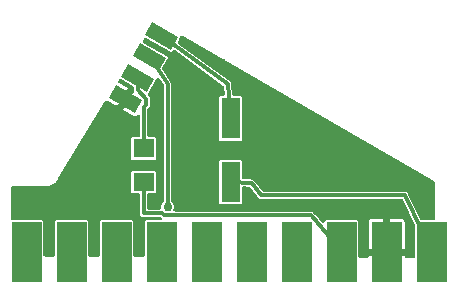
<source format=gtl>
G04 EAGLE Gerber RS-274X export*
G75*
%MOMM*%
%FSLAX34Y34*%
%LPD*%
%INTop Copper*%
%IPPOS*%
%AMOC8*
5,1,8,0,0,1.08239X$1,22.5*%
G01*
%ADD10R,2.540000X5.080000*%
%ADD11R,1.600000X3.500000*%
%ADD12R,1.270000X2.540000*%
%ADD13R,1.803000X1.600000*%
%ADD14C,0.299719*%
%ADD15C,0.756400*%

G36*
X352610Y10031D02*
X352610Y10031D01*
X352649Y10028D01*
X352781Y10050D01*
X352914Y10065D01*
X352951Y10078D01*
X352990Y10084D01*
X353113Y10136D01*
X353239Y10181D01*
X353273Y10202D01*
X353309Y10217D01*
X353417Y10295D01*
X353530Y10368D01*
X353557Y10397D01*
X353589Y10420D01*
X353676Y10521D01*
X353769Y10617D01*
X353790Y10651D01*
X353815Y10681D01*
X353877Y10799D01*
X353945Y10914D01*
X353957Y10952D01*
X353976Y10987D01*
X354009Y11116D01*
X354049Y11244D01*
X354052Y11284D01*
X354062Y11322D01*
X354075Y11524D01*
X354075Y37871D01*
X354069Y37927D01*
X354071Y37984D01*
X354049Y38098D01*
X354035Y38214D01*
X354016Y38267D01*
X354005Y38323D01*
X353931Y38512D01*
X343933Y59620D01*
X343905Y59663D01*
X343886Y59710D01*
X343814Y59809D01*
X343750Y59913D01*
X343713Y59949D01*
X343683Y59991D01*
X343591Y60070D01*
X343504Y60157D01*
X343461Y60183D01*
X343422Y60217D01*
X343314Y60273D01*
X343210Y60337D01*
X343161Y60353D01*
X343116Y60377D01*
X342998Y60407D01*
X342882Y60446D01*
X342831Y60450D01*
X342781Y60463D01*
X342579Y60477D01*
X225027Y60477D01*
X224993Y60473D01*
X224959Y60475D01*
X224822Y60453D01*
X224684Y60437D01*
X224652Y60425D01*
X224618Y60420D01*
X224489Y60367D01*
X224372Y60324D01*
X223410Y60462D01*
X223406Y60462D01*
X223401Y60463D01*
X223199Y60477D01*
X222220Y60477D01*
X222177Y60511D01*
X222146Y60526D01*
X222118Y60546D01*
X221990Y60599D01*
X221877Y60652D01*
X221294Y61429D01*
X221291Y61432D01*
X221288Y61437D01*
X221155Y61589D01*
X220463Y62281D01*
X220457Y62336D01*
X220445Y62368D01*
X220440Y62402D01*
X220387Y62530D01*
X220339Y62661D01*
X220321Y62690D01*
X220308Y62722D01*
X220197Y62892D01*
X214749Y70155D01*
X214726Y70180D01*
X214707Y70209D01*
X214607Y70305D01*
X214511Y70406D01*
X214483Y70425D01*
X214458Y70448D01*
X214339Y70519D01*
X214222Y70596D01*
X214190Y70607D01*
X214161Y70625D01*
X214029Y70666D01*
X213898Y70714D01*
X213864Y70718D01*
X213831Y70728D01*
X213630Y70752D01*
X209222Y70986D01*
X209146Y70981D01*
X209071Y70986D01*
X208974Y70970D01*
X208877Y70964D01*
X208804Y70942D01*
X208730Y70930D01*
X208640Y70892D01*
X208546Y70864D01*
X208481Y70826D01*
X208411Y70797D01*
X208332Y70739D01*
X208247Y70690D01*
X208192Y70639D01*
X208131Y70594D01*
X208067Y70520D01*
X207996Y70453D01*
X207954Y70390D01*
X207905Y70333D01*
X207859Y70246D01*
X207805Y70165D01*
X207779Y70094D01*
X207744Y70027D01*
X207720Y69932D01*
X207686Y69840D01*
X207677Y69765D01*
X207658Y69692D01*
X207646Y69506D01*
X207645Y69497D01*
X207645Y69495D01*
X207645Y69490D01*
X207645Y56468D01*
X206752Y55575D01*
X189488Y55575D01*
X188595Y56468D01*
X188595Y92732D01*
X189488Y93625D01*
X206752Y93625D01*
X207645Y92732D01*
X207645Y78545D01*
X207664Y78376D01*
X207683Y78209D01*
X207684Y78205D01*
X207685Y78201D01*
X207742Y78043D01*
X207799Y77883D01*
X207801Y77880D01*
X207802Y77876D01*
X207895Y77734D01*
X207986Y77593D01*
X207989Y77590D01*
X207991Y77587D01*
X208114Y77469D01*
X208235Y77353D01*
X208238Y77351D01*
X208241Y77349D01*
X208388Y77262D01*
X208532Y77177D01*
X208536Y77176D01*
X208539Y77174D01*
X208702Y77124D01*
X208862Y77073D01*
X208867Y77073D01*
X208869Y77072D01*
X208879Y77071D01*
X209063Y77049D01*
X214421Y76766D01*
X214495Y76770D01*
X214568Y76765D01*
X214667Y76781D01*
X214766Y76787D01*
X214836Y76809D01*
X214909Y76821D01*
X214972Y76847D01*
X216128Y76681D01*
X216161Y76681D01*
X216261Y76668D01*
X217418Y76607D01*
X217434Y76595D01*
X217497Y76569D01*
X218198Y75635D01*
X218220Y75611D01*
X218282Y75532D01*
X219057Y74671D01*
X219061Y74651D01*
X219099Y74559D01*
X219128Y74463D01*
X219165Y74400D01*
X219193Y74331D01*
X219298Y74169D01*
X219301Y74164D01*
X219302Y74163D01*
X219303Y74161D01*
X224582Y67122D01*
X224633Y67069D01*
X224676Y67009D01*
X224751Y66944D01*
X224820Y66872D01*
X224882Y66831D01*
X224937Y66783D01*
X225026Y66737D01*
X225109Y66682D01*
X225178Y66657D01*
X225243Y66623D01*
X225340Y66598D01*
X225434Y66564D01*
X225507Y66555D01*
X225578Y66537D01*
X225772Y66524D01*
X225777Y66523D01*
X225778Y66523D01*
X225781Y66523D01*
X344423Y66523D01*
X344480Y66530D01*
X344536Y66528D01*
X344651Y66550D01*
X344767Y66563D01*
X344820Y66583D01*
X344876Y66593D01*
X345065Y66668D01*
X345278Y66768D01*
X345719Y66611D01*
X345871Y66576D01*
X346021Y66537D01*
X346044Y66536D01*
X346056Y66533D01*
X346084Y66533D01*
X346223Y66523D01*
X346692Y66523D01*
X346859Y66357D01*
X346903Y66322D01*
X346942Y66280D01*
X347039Y66214D01*
X347130Y66142D01*
X347181Y66118D01*
X347228Y66086D01*
X347414Y66005D01*
X347636Y65926D01*
X347837Y65502D01*
X347919Y65371D01*
X347998Y65237D01*
X348013Y65219D01*
X348020Y65209D01*
X348040Y65189D01*
X348132Y65084D01*
X348463Y64752D01*
X348463Y64517D01*
X348470Y64460D01*
X348468Y64404D01*
X348490Y64289D01*
X348503Y64173D01*
X348523Y64120D01*
X348533Y64064D01*
X348608Y63875D01*
X358486Y43021D01*
X358513Y42978D01*
X358532Y42931D01*
X358604Y42832D01*
X358669Y42728D01*
X358705Y42692D01*
X358735Y42651D01*
X358827Y42571D01*
X358914Y42485D01*
X358958Y42458D01*
X358996Y42425D01*
X359104Y42368D01*
X359209Y42304D01*
X359257Y42288D01*
X359302Y42264D01*
X359421Y42234D01*
X359537Y42196D01*
X359588Y42191D01*
X359637Y42178D01*
X359839Y42165D01*
X369721Y42165D01*
X369765Y42170D01*
X369809Y42167D01*
X369936Y42190D01*
X370065Y42205D01*
X370106Y42220D01*
X370149Y42227D01*
X370268Y42278D01*
X370390Y42322D01*
X370426Y42346D01*
X370467Y42363D01*
X370571Y42440D01*
X370679Y42511D01*
X370709Y42543D01*
X370745Y42569D01*
X370828Y42667D01*
X370918Y42761D01*
X370940Y42799D01*
X370968Y42832D01*
X371027Y42947D01*
X371092Y43059D01*
X371105Y43101D01*
X371125Y43140D01*
X371156Y43266D01*
X371194Y43389D01*
X371197Y43433D01*
X371208Y43476D01*
X371219Y43678D01*
X370894Y74257D01*
X370875Y74410D01*
X370859Y74563D01*
X370853Y74581D01*
X370851Y74599D01*
X370797Y74744D01*
X370746Y74890D01*
X370736Y74906D01*
X370730Y74923D01*
X370645Y75051D01*
X370562Y75182D01*
X370548Y75195D01*
X370538Y75211D01*
X370425Y75316D01*
X370315Y75424D01*
X370295Y75437D01*
X370285Y75446D01*
X370261Y75461D01*
X370147Y75537D01*
X157792Y198421D01*
X157695Y198463D01*
X157603Y198513D01*
X157537Y198531D01*
X157475Y198558D01*
X157371Y198577D01*
X157269Y198605D01*
X157202Y198607D01*
X157134Y198620D01*
X157029Y198614D01*
X156924Y198618D01*
X156857Y198605D01*
X156789Y198601D01*
X156688Y198571D01*
X156585Y198551D01*
X156523Y198523D01*
X156458Y198504D01*
X156366Y198452D01*
X156270Y198409D01*
X156216Y198367D01*
X156157Y198333D01*
X156080Y198262D01*
X155996Y198198D01*
X155953Y198145D01*
X155904Y198099D01*
X155845Y198011D01*
X155778Y197930D01*
X155749Y197868D01*
X155711Y197812D01*
X155673Y197714D01*
X155627Y197619D01*
X155613Y197552D01*
X155589Y197489D01*
X155575Y197384D01*
X155552Y197282D01*
X155553Y197213D01*
X155544Y197146D01*
X155547Y197118D01*
X153462Y193507D01*
X153430Y193433D01*
X153391Y193367D01*
X153377Y193322D01*
X153352Y193271D01*
X153342Y193230D01*
X153325Y193190D01*
X153309Y193099D01*
X153289Y193036D01*
X153287Y192998D01*
X153272Y192935D01*
X153272Y192892D01*
X153264Y192850D01*
X153270Y192747D01*
X153266Y192692D01*
X153271Y192661D01*
X153271Y192590D01*
X153281Y192548D01*
X153283Y192505D01*
X153315Y192397D01*
X153322Y192351D01*
X153332Y192328D01*
X153349Y192253D01*
X153368Y192214D01*
X153380Y192173D01*
X153440Y192069D01*
X153455Y192032D01*
X153467Y192016D01*
X153502Y191943D01*
X153530Y191910D01*
X153551Y191873D01*
X153637Y191781D01*
X153658Y191752D01*
X153669Y191741D01*
X153723Y191677D01*
X153768Y191639D01*
X153786Y191619D01*
X153813Y191602D01*
X153878Y191547D01*
X195989Y160921D01*
X196067Y160877D01*
X196139Y160825D01*
X196217Y160793D01*
X196290Y160751D01*
X196376Y160726D01*
X196451Y160695D01*
X197403Y159897D01*
X197428Y159880D01*
X197484Y159833D01*
X198471Y159116D01*
X198578Y157900D01*
X198584Y157870D01*
X198591Y157798D01*
X198786Y156563D01*
X198778Y156519D01*
X198755Y156438D01*
X198750Y156349D01*
X198736Y156261D01*
X198739Y156120D01*
X198737Y156093D01*
X198740Y156081D01*
X198740Y156059D01*
X199362Y148991D01*
X199390Y148851D01*
X199414Y148710D01*
X199425Y148682D01*
X199431Y148653D01*
X199492Y148523D01*
X199547Y148391D01*
X199564Y148367D01*
X199577Y148339D01*
X199665Y148227D01*
X199749Y148111D01*
X199772Y148091D01*
X199790Y148068D01*
X199902Y147978D01*
X200010Y147885D01*
X200037Y147871D01*
X200060Y147852D01*
X200190Y147791D01*
X200317Y147724D01*
X200346Y147717D01*
X200373Y147704D01*
X200513Y147674D01*
X200651Y147638D01*
X200691Y147636D01*
X200711Y147632D01*
X200743Y147632D01*
X200854Y147625D01*
X206752Y147625D01*
X207645Y146732D01*
X207645Y110468D01*
X206752Y109575D01*
X189488Y109575D01*
X188595Y110468D01*
X188595Y146732D01*
X189488Y147625D01*
X191776Y147625D01*
X191877Y147636D01*
X191979Y147638D01*
X192048Y147656D01*
X192120Y147665D01*
X192215Y147699D01*
X192314Y147724D01*
X192377Y147758D01*
X192445Y147782D01*
X192530Y147838D01*
X192620Y147885D01*
X192674Y147932D01*
X192734Y147971D01*
X192804Y148045D01*
X192881Y148111D01*
X192923Y148169D01*
X192973Y148221D01*
X193024Y148309D01*
X193083Y148391D01*
X193111Y148457D01*
X193147Y148519D01*
X193177Y148616D01*
X193216Y148710D01*
X193228Y148781D01*
X193249Y148849D01*
X193256Y148951D01*
X193273Y149051D01*
X193270Y149162D01*
X193273Y149194D01*
X193269Y149214D01*
X193269Y149254D01*
X192749Y155165D01*
X192745Y155184D01*
X192745Y155202D01*
X192710Y155353D01*
X192679Y155504D01*
X192671Y155521D01*
X192667Y155539D01*
X192598Y155678D01*
X192533Y155817D01*
X192522Y155832D01*
X192513Y155849D01*
X192415Y155967D01*
X192320Y156089D01*
X192305Y156101D01*
X192293Y156115D01*
X192138Y156245D01*
X151094Y186095D01*
X150994Y186152D01*
X150899Y186215D01*
X150844Y186236D01*
X150793Y186265D01*
X150682Y186297D01*
X150576Y186337D01*
X150517Y186345D01*
X150461Y186361D01*
X150346Y186367D01*
X150233Y186382D01*
X150174Y186376D01*
X150116Y186379D01*
X150003Y186358D01*
X149889Y186346D01*
X149834Y186327D01*
X149776Y186316D01*
X149671Y186271D01*
X149562Y186233D01*
X149513Y186202D01*
X149459Y186178D01*
X149367Y186109D01*
X149271Y186048D01*
X149229Y186006D01*
X149183Y185971D01*
X149109Y185883D01*
X149029Y185801D01*
X148981Y185730D01*
X148961Y185706D01*
X148949Y185682D01*
X148916Y185633D01*
X148528Y184961D01*
X147308Y184635D01*
X126744Y196507D01*
X126731Y196513D01*
X126718Y196522D01*
X126572Y196581D01*
X126427Y196644D01*
X126412Y196647D01*
X126398Y196652D01*
X126242Y196677D01*
X126087Y196705D01*
X126072Y196704D01*
X126057Y196706D01*
X125899Y196695D01*
X125742Y196686D01*
X125727Y196682D01*
X125712Y196681D01*
X125561Y196633D01*
X125410Y196589D01*
X125397Y196581D01*
X125383Y196577D01*
X125247Y196496D01*
X125110Y196418D01*
X125099Y196407D01*
X125086Y196400D01*
X124973Y196290D01*
X124857Y196183D01*
X124848Y196170D01*
X124837Y196160D01*
X124720Y195994D01*
X123812Y194518D01*
X123788Y194466D01*
X123756Y194419D01*
X123715Y194310D01*
X123666Y194204D01*
X123654Y194149D01*
X123634Y194096D01*
X123619Y193980D01*
X123596Y193866D01*
X123597Y193809D01*
X123590Y193753D01*
X123602Y193637D01*
X123605Y193521D01*
X123619Y193466D01*
X123625Y193409D01*
X123663Y193299D01*
X123693Y193186D01*
X123720Y193136D01*
X123738Y193083D01*
X123801Y192984D01*
X123856Y192881D01*
X123893Y192839D01*
X123923Y192791D01*
X124007Y192709D01*
X124084Y192622D01*
X124130Y192589D01*
X124170Y192549D01*
X124339Y192436D01*
X145023Y180494D01*
X145350Y179274D01*
X140494Y170863D01*
X140479Y170828D01*
X140457Y170796D01*
X140410Y170670D01*
X140357Y170546D01*
X140350Y170508D01*
X140336Y170472D01*
X140320Y170338D01*
X140296Y170206D01*
X140298Y170167D01*
X140293Y170129D01*
X140307Y169995D01*
X140315Y169861D01*
X140326Y169824D01*
X140330Y169786D01*
X140374Y169658D01*
X140412Y169529D01*
X140431Y169496D01*
X140444Y169459D01*
X140545Y169283D01*
X147047Y159530D01*
X147077Y159494D01*
X147101Y159454D01*
X147234Y159301D01*
X147819Y158717D01*
X147822Y158686D01*
X147840Y158520D01*
X147842Y158513D01*
X147843Y158506D01*
X147900Y158350D01*
X147954Y158194D01*
X147959Y158186D01*
X147961Y158181D01*
X147970Y158167D01*
X147993Y158127D01*
X147832Y157326D01*
X147829Y157280D01*
X147817Y157235D01*
X147803Y157032D01*
X147803Y58442D01*
X147819Y58303D01*
X147830Y58163D01*
X147839Y58131D01*
X147843Y58099D01*
X147891Y57967D01*
X147933Y57833D01*
X147949Y57805D01*
X147961Y57774D01*
X148037Y57656D01*
X148109Y57536D01*
X148138Y57502D01*
X148150Y57484D01*
X148173Y57461D01*
X148242Y57383D01*
X149279Y56346D01*
X150087Y54396D01*
X150087Y52284D01*
X149816Y51630D01*
X149773Y51480D01*
X149727Y51330D01*
X149726Y51313D01*
X149721Y51297D01*
X149714Y51141D01*
X149703Y50985D01*
X149706Y50969D01*
X149705Y50952D01*
X149734Y50799D01*
X149759Y50644D01*
X149766Y50629D01*
X149769Y50612D01*
X149832Y50469D01*
X149892Y50325D01*
X149902Y50312D01*
X149909Y50296D01*
X150003Y50172D01*
X150095Y50045D01*
X150107Y50034D01*
X150117Y50021D01*
X150238Y49921D01*
X150356Y49819D01*
X150371Y49811D01*
X150383Y49800D01*
X150523Y49731D01*
X150662Y49658D01*
X150678Y49654D01*
X150693Y49647D01*
X150846Y49611D01*
X150997Y49572D01*
X151018Y49571D01*
X151030Y49568D01*
X151056Y49568D01*
X151199Y49559D01*
X267137Y49559D01*
X267680Y49015D01*
X267737Y48970D01*
X267788Y48918D01*
X267872Y48863D01*
X267951Y48801D01*
X268017Y48770D01*
X268078Y48731D01*
X268147Y48706D01*
X268891Y47813D01*
X268915Y47790D01*
X268983Y47713D01*
X269798Y46897D01*
X269803Y46874D01*
X269846Y46783D01*
X269881Y46689D01*
X269920Y46628D01*
X269951Y46562D01*
X270069Y46401D01*
X270070Y46399D01*
X270070Y46398D01*
X275227Y40210D01*
X275361Y40083D01*
X275476Y39973D01*
X275477Y39973D01*
X275477Y39972D01*
X275629Y39884D01*
X275774Y39798D01*
X275775Y39798D01*
X275937Y39748D01*
X276104Y39697D01*
X276105Y39697D01*
X276106Y39696D01*
X276284Y39684D01*
X276449Y39673D01*
X276450Y39673D01*
X276451Y39673D01*
X276634Y39704D01*
X276790Y39729D01*
X276791Y39730D01*
X276792Y39730D01*
X276954Y39798D01*
X277109Y39862D01*
X277110Y39863D01*
X277257Y39970D01*
X277389Y40065D01*
X277390Y40065D01*
X277390Y40066D01*
X277510Y40204D01*
X277615Y40326D01*
X277616Y40327D01*
X277692Y40472D01*
X277776Y40632D01*
X277776Y40633D01*
X277776Y40634D01*
X277817Y40794D01*
X277862Y40967D01*
X277862Y40968D01*
X277862Y40971D01*
X277875Y41169D01*
X277875Y41272D01*
X278768Y42165D01*
X305432Y42165D01*
X306325Y41272D01*
X306325Y11735D01*
X306328Y11702D01*
X306326Y11670D01*
X306348Y11531D01*
X306365Y11391D01*
X306376Y11361D01*
X306381Y11329D01*
X306434Y11199D01*
X306482Y11066D01*
X306500Y11039D01*
X306512Y11009D01*
X306594Y10895D01*
X306671Y10777D01*
X306694Y10755D01*
X306713Y10728D01*
X306819Y10636D01*
X306921Y10539D01*
X306949Y10522D01*
X306973Y10501D01*
X307098Y10435D01*
X307219Y10364D01*
X307250Y10354D01*
X307279Y10339D01*
X307415Y10303D01*
X307549Y10262D01*
X307582Y10260D01*
X307613Y10252D01*
X307816Y10237D01*
X313454Y10210D01*
X313494Y10215D01*
X313533Y10212D01*
X313665Y10234D01*
X313798Y10249D01*
X313835Y10262D01*
X313874Y10268D01*
X313997Y10320D01*
X314123Y10365D01*
X314157Y10386D01*
X314193Y10401D01*
X314301Y10479D01*
X314414Y10552D01*
X314441Y10581D01*
X314473Y10604D01*
X314560Y10705D01*
X314653Y10801D01*
X314674Y10835D01*
X314699Y10865D01*
X314761Y10983D01*
X314829Y11098D01*
X314841Y11136D01*
X314860Y11171D01*
X314893Y11300D01*
X314933Y11428D01*
X314936Y11468D01*
X314946Y11506D01*
X314959Y11708D01*
X314959Y12244D01*
X328701Y12244D01*
X328737Y12248D01*
X328773Y12245D01*
X328908Y12268D01*
X329045Y12283D01*
X329078Y12296D01*
X329114Y12302D01*
X329240Y12354D01*
X329370Y12401D01*
X329400Y12421D01*
X329433Y12434D01*
X329544Y12515D01*
X329659Y12590D01*
X329684Y12616D01*
X329713Y12637D01*
X329803Y12740D01*
X329897Y12840D01*
X329916Y12871D01*
X329939Y12898D01*
X330003Y13020D01*
X330072Y13138D01*
X330083Y13173D01*
X330100Y13204D01*
X330134Y13337D01*
X330174Y13468D01*
X330176Y13504D01*
X330185Y13539D01*
X330199Y13741D01*
X330199Y15241D01*
X330201Y15241D01*
X330201Y13741D01*
X330205Y13706D01*
X330203Y13670D01*
X330225Y13534D01*
X330241Y13398D01*
X330253Y13364D01*
X330259Y13329D01*
X330312Y13202D01*
X330358Y13073D01*
X330378Y13043D01*
X330392Y13010D01*
X330472Y12899D01*
X330547Y12784D01*
X330573Y12759D01*
X330594Y12730D01*
X330698Y12640D01*
X330797Y12545D01*
X330828Y12527D01*
X330855Y12504D01*
X330977Y12440D01*
X331095Y12371D01*
X331130Y12360D01*
X331162Y12343D01*
X331294Y12309D01*
X331426Y12269D01*
X331461Y12266D01*
X331496Y12257D01*
X331699Y12244D01*
X345441Y12244D01*
X345441Y11551D01*
X345444Y11518D01*
X345442Y11486D01*
X345464Y11347D01*
X345481Y11207D01*
X345492Y11177D01*
X345497Y11145D01*
X345550Y11015D01*
X345598Y10882D01*
X345616Y10855D01*
X345628Y10825D01*
X345710Y10711D01*
X345787Y10593D01*
X345810Y10571D01*
X345829Y10544D01*
X345935Y10452D01*
X346037Y10355D01*
X346065Y10338D01*
X346089Y10317D01*
X346214Y10251D01*
X346335Y10180D01*
X346366Y10170D01*
X346395Y10155D01*
X346531Y10119D01*
X346665Y10078D01*
X346698Y10076D01*
X346729Y10068D01*
X346932Y10053D01*
X352570Y10026D01*
X352610Y10031D01*
G37*
G36*
X124010Y11106D02*
X124010Y11106D01*
X124049Y11103D01*
X124181Y11125D01*
X124314Y11140D01*
X124351Y11153D01*
X124390Y11160D01*
X124513Y11211D01*
X124639Y11256D01*
X124673Y11277D01*
X124709Y11293D01*
X124817Y11371D01*
X124930Y11443D01*
X124957Y11472D01*
X124989Y11495D01*
X125077Y11596D01*
X125169Y11692D01*
X125189Y11726D01*
X125215Y11756D01*
X125277Y11875D01*
X125346Y11990D01*
X125357Y12028D01*
X125376Y12062D01*
X125409Y12192D01*
X125449Y12319D01*
X125452Y12359D01*
X125462Y12397D01*
X125475Y12600D01*
X125475Y41272D01*
X126368Y42165D01*
X138440Y42165D01*
X138544Y42177D01*
X138649Y42179D01*
X138715Y42197D01*
X138784Y42205D01*
X138882Y42240D01*
X138983Y42267D01*
X139044Y42299D01*
X139109Y42322D01*
X139196Y42379D01*
X139289Y42428D01*
X139341Y42473D01*
X139398Y42511D01*
X139470Y42587D01*
X139549Y42656D01*
X139589Y42711D01*
X139637Y42761D01*
X139690Y42851D01*
X139750Y42936D01*
X139777Y43000D01*
X139811Y43059D01*
X139842Y43159D01*
X139882Y43256D01*
X139893Y43324D01*
X139913Y43389D01*
X139920Y43494D01*
X139937Y43597D01*
X139932Y43666D01*
X139936Y43734D01*
X139919Y43838D01*
X139912Y43942D01*
X139891Y44008D01*
X139880Y44075D01*
X139840Y44172D01*
X139809Y44272D01*
X139774Y44331D01*
X139747Y44394D01*
X139686Y44479D01*
X139633Y44569D01*
X139564Y44648D01*
X139545Y44674D01*
X139528Y44688D01*
X139499Y44722D01*
X139423Y44798D01*
X139313Y44885D01*
X139207Y44977D01*
X139178Y44992D01*
X139152Y45013D01*
X139025Y45072D01*
X138901Y45137D01*
X138869Y45145D01*
X138839Y45159D01*
X138702Y45188D01*
X138566Y45223D01*
X138522Y45226D01*
X138501Y45230D01*
X138468Y45230D01*
X138364Y45237D01*
X123208Y45237D01*
X121437Y47008D01*
X121437Y63657D01*
X121433Y63693D01*
X121435Y63729D01*
X121413Y63864D01*
X121397Y64001D01*
X121385Y64035D01*
X121379Y64070D01*
X121326Y64197D01*
X121279Y64326D01*
X121260Y64356D01*
X121246Y64389D01*
X121166Y64500D01*
X121090Y64615D01*
X121064Y64640D01*
X121043Y64669D01*
X120940Y64759D01*
X120840Y64854D01*
X120809Y64872D01*
X120782Y64895D01*
X120661Y64959D01*
X120542Y65028D01*
X120508Y65039D01*
X120476Y65056D01*
X120343Y65090D01*
X120212Y65130D01*
X120176Y65133D01*
X120141Y65142D01*
X119939Y65155D01*
X114813Y65155D01*
X113920Y66048D01*
X113920Y83312D01*
X114813Y84205D01*
X134107Y84205D01*
X135000Y83312D01*
X135000Y66048D01*
X134107Y65155D01*
X128981Y65155D01*
X128945Y65151D01*
X128910Y65154D01*
X128774Y65131D01*
X128638Y65115D01*
X128604Y65103D01*
X128569Y65097D01*
X128442Y65045D01*
X128313Y64998D01*
X128283Y64978D01*
X128250Y64964D01*
X128138Y64884D01*
X128023Y64809D01*
X127999Y64783D01*
X127969Y64762D01*
X127880Y64658D01*
X127785Y64559D01*
X127767Y64528D01*
X127743Y64501D01*
X127680Y64379D01*
X127610Y64261D01*
X127600Y64226D01*
X127583Y64195D01*
X127549Y64062D01*
X127508Y63931D01*
X127506Y63895D01*
X127497Y63860D01*
X127483Y63657D01*
X127483Y52781D01*
X127487Y52745D01*
X127485Y52710D01*
X127507Y52574D01*
X127523Y52438D01*
X127535Y52404D01*
X127541Y52369D01*
X127594Y52242D01*
X127641Y52113D01*
X127660Y52083D01*
X127674Y52050D01*
X127754Y51938D01*
X127830Y51823D01*
X127856Y51799D01*
X127877Y51769D01*
X127980Y51680D01*
X128080Y51585D01*
X128111Y51567D01*
X128138Y51543D01*
X128259Y51480D01*
X128378Y51410D01*
X128412Y51400D01*
X128444Y51383D01*
X128577Y51349D01*
X128708Y51308D01*
X128744Y51306D01*
X128779Y51297D01*
X128981Y51283D01*
X137975Y51283D01*
X138011Y51287D01*
X138047Y51285D01*
X138182Y51307D01*
X138319Y51323D01*
X138353Y51335D01*
X138388Y51341D01*
X138515Y51394D01*
X138644Y51441D01*
X138674Y51460D01*
X138707Y51474D01*
X138818Y51554D01*
X138933Y51630D01*
X138958Y51656D01*
X138987Y51677D01*
X139077Y51780D01*
X139172Y51880D01*
X139190Y51911D01*
X139213Y51938D01*
X139277Y52059D01*
X139346Y52178D01*
X139357Y52212D01*
X139374Y52244D01*
X139408Y52377D01*
X139448Y52508D01*
X139451Y52544D01*
X139460Y52579D01*
X139473Y52781D01*
X139473Y54396D01*
X140281Y56346D01*
X141318Y57383D01*
X141405Y57493D01*
X141497Y57599D01*
X141512Y57628D01*
X141533Y57654D01*
X141592Y57781D01*
X141657Y57905D01*
X141665Y57937D01*
X141679Y57967D01*
X141708Y58104D01*
X141743Y58240D01*
X141746Y58283D01*
X141750Y58305D01*
X141750Y58338D01*
X141757Y58442D01*
X141757Y156111D01*
X141738Y156274D01*
X141720Y156440D01*
X141718Y156447D01*
X141717Y156454D01*
X141661Y156609D01*
X141606Y156766D01*
X141601Y156774D01*
X141599Y156779D01*
X141591Y156793D01*
X141505Y156942D01*
X138034Y162149D01*
X137968Y162227D01*
X137909Y162311D01*
X137856Y162358D01*
X137810Y162413D01*
X137728Y162473D01*
X137652Y162541D01*
X137589Y162576D01*
X137532Y162618D01*
X137438Y162658D01*
X137349Y162707D01*
X137280Y162726D01*
X137214Y162754D01*
X137114Y162771D01*
X137015Y162799D01*
X136944Y162801D01*
X136874Y162813D01*
X136772Y162808D01*
X136670Y162811D01*
X136600Y162798D01*
X136529Y162794D01*
X136431Y162764D01*
X136331Y162745D01*
X136266Y162715D01*
X136198Y162695D01*
X136109Y162644D01*
X136016Y162602D01*
X135960Y162559D01*
X135898Y162523D01*
X135823Y162454D01*
X135742Y162391D01*
X135697Y162336D01*
X135645Y162287D01*
X135594Y162210D01*
X135593Y162209D01*
X135589Y162202D01*
X135524Y162123D01*
X135493Y162059D01*
X135454Y162000D01*
X135424Y161921D01*
X135419Y161912D01*
X135414Y161896D01*
X135373Y161812D01*
X128262Y149494D01*
X128256Y149482D01*
X128249Y149471D01*
X128188Y149323D01*
X128124Y149177D01*
X128122Y149164D01*
X128117Y149152D01*
X128092Y148993D01*
X128064Y148837D01*
X128064Y148824D01*
X128062Y148811D01*
X128074Y148650D01*
X128083Y148491D01*
X128086Y148479D01*
X128087Y148466D01*
X128135Y148313D01*
X128180Y148160D01*
X128186Y148149D01*
X128190Y148136D01*
X128272Y147999D01*
X128351Y147859D01*
X128360Y147850D01*
X128366Y147839D01*
X128500Y147686D01*
X129660Y146525D01*
X129660Y138661D01*
X127922Y136923D01*
X127835Y136813D01*
X127743Y136707D01*
X127728Y136678D01*
X127707Y136652D01*
X127648Y136525D01*
X127583Y136401D01*
X127575Y136369D01*
X127561Y136339D01*
X127532Y136201D01*
X127521Y136160D01*
X127508Y136118D01*
X127508Y136107D01*
X127497Y136066D01*
X127494Y136022D01*
X127490Y136001D01*
X127490Y135968D01*
X127483Y135863D01*
X127483Y114143D01*
X127487Y114107D01*
X127485Y114071D01*
X127507Y113936D01*
X127523Y113799D01*
X127535Y113765D01*
X127541Y113730D01*
X127594Y113603D01*
X127641Y113474D01*
X127660Y113444D01*
X127674Y113411D01*
X127754Y113300D01*
X127830Y113185D01*
X127856Y113160D01*
X127877Y113131D01*
X127980Y113041D01*
X128080Y112946D01*
X128111Y112928D01*
X128138Y112905D01*
X128259Y112841D01*
X128378Y112772D01*
X128412Y112761D01*
X128444Y112744D01*
X128577Y112710D01*
X128708Y112670D01*
X128744Y112667D01*
X128779Y112658D01*
X128981Y112645D01*
X134107Y112645D01*
X135000Y111752D01*
X135000Y94488D01*
X134107Y93595D01*
X114813Y93595D01*
X113920Y94488D01*
X113920Y111752D01*
X114813Y112645D01*
X119939Y112645D01*
X119975Y112649D01*
X120010Y112646D01*
X120146Y112669D01*
X120282Y112685D01*
X120316Y112697D01*
X120351Y112703D01*
X120478Y112755D01*
X120607Y112802D01*
X120637Y112822D01*
X120670Y112836D01*
X120782Y112916D01*
X120897Y112991D01*
X120921Y113017D01*
X120951Y113038D01*
X121040Y113142D01*
X121135Y113241D01*
X121153Y113272D01*
X121177Y113299D01*
X121240Y113421D01*
X121310Y113539D01*
X121320Y113574D01*
X121337Y113605D01*
X121371Y113738D01*
X121412Y113869D01*
X121414Y113905D01*
X121423Y113940D01*
X121437Y114143D01*
X121437Y130115D01*
X121425Y130218D01*
X121422Y130323D01*
X121405Y130390D01*
X121397Y130458D01*
X121361Y130556D01*
X121335Y130657D01*
X121303Y130718D01*
X121279Y130783D01*
X121222Y130870D01*
X121173Y130963D01*
X121128Y131015D01*
X121090Y131072D01*
X121015Y131145D01*
X120946Y131223D01*
X120890Y131263D01*
X120840Y131311D01*
X120750Y131364D01*
X120665Y131425D01*
X120602Y131451D01*
X120542Y131486D01*
X120442Y131516D01*
X120346Y131556D01*
X120278Y131567D01*
X120212Y131587D01*
X120108Y131594D01*
X120004Y131611D01*
X119936Y131606D01*
X119867Y131611D01*
X119764Y131594D01*
X119660Y131586D01*
X119594Y131566D01*
X119526Y131555D01*
X119430Y131514D01*
X119330Y131483D01*
X119271Y131448D01*
X119207Y131422D01*
X119122Y131360D01*
X119032Y131307D01*
X118954Y131238D01*
X118927Y131219D01*
X118913Y131203D01*
X118880Y131174D01*
X118604Y130898D01*
X118024Y130563D01*
X117378Y130390D01*
X116709Y130390D01*
X116063Y130563D01*
X107370Y135582D01*
X111066Y141984D01*
X111080Y142017D01*
X111100Y142047D01*
X111148Y142175D01*
X111203Y142301D01*
X111209Y142337D01*
X111222Y142370D01*
X111239Y142506D01*
X111263Y142641D01*
X111262Y142677D01*
X111266Y142713D01*
X111252Y142850D01*
X111245Y142986D01*
X111235Y143021D01*
X111231Y143057D01*
X111186Y143186D01*
X111147Y143318D01*
X111129Y143349D01*
X111118Y143383D01*
X111044Y143499D01*
X110976Y143618D01*
X110952Y143645D01*
X110933Y143675D01*
X110835Y143771D01*
X110741Y143872D01*
X110711Y143892D01*
X110686Y143917D01*
X110517Y144030D01*
X107922Y145529D01*
X107889Y145543D01*
X107859Y145563D01*
X107731Y145611D01*
X107605Y145666D01*
X107569Y145672D01*
X107535Y145685D01*
X107399Y145702D01*
X107264Y145726D01*
X107229Y145724D01*
X107193Y145729D01*
X107056Y145715D01*
X106919Y145708D01*
X106885Y145697D01*
X106849Y145694D01*
X106719Y145649D01*
X106588Y145610D01*
X106557Y145592D01*
X106522Y145581D01*
X106406Y145507D01*
X106287Y145439D01*
X106261Y145415D01*
X106231Y145396D01*
X106135Y145298D01*
X106034Y145204D01*
X106014Y145174D01*
X105989Y145149D01*
X105876Y144980D01*
X102180Y138579D01*
X94021Y143289D01*
X94007Y143295D01*
X93995Y143304D01*
X93849Y143364D01*
X93704Y143426D01*
X93689Y143429D01*
X93675Y143435D01*
X93518Y143459D01*
X93363Y143487D01*
X93348Y143486D01*
X93333Y143489D01*
X93175Y143477D01*
X93018Y143468D01*
X93004Y143464D01*
X92989Y143463D01*
X92838Y143415D01*
X92687Y143371D01*
X92674Y143363D01*
X92659Y143359D01*
X92524Y143278D01*
X92386Y143200D01*
X92375Y143190D01*
X92362Y143182D01*
X92249Y143072D01*
X92133Y142965D01*
X92125Y142952D01*
X92114Y142942D01*
X91996Y142776D01*
X51904Y77576D01*
X51897Y77560D01*
X51886Y77546D01*
X51796Y77365D01*
X51308Y76185D01*
X50760Y75638D01*
X50714Y75580D01*
X50661Y75528D01*
X50550Y75372D01*
X50546Y75367D01*
X50545Y75365D01*
X50544Y75363D01*
X50138Y74704D01*
X49104Y73955D01*
X49091Y73943D01*
X49076Y73934D01*
X48924Y73801D01*
X48021Y72898D01*
X47306Y72602D01*
X47241Y72566D01*
X47172Y72539D01*
X47009Y72436D01*
X47004Y72434D01*
X47003Y72433D01*
X47000Y72431D01*
X46373Y71977D01*
X45131Y71681D01*
X45115Y71675D01*
X45098Y71673D01*
X44906Y71608D01*
X43726Y71119D01*
X42952Y71119D01*
X42879Y71111D01*
X42805Y71112D01*
X42614Y71080D01*
X42609Y71079D01*
X42607Y71079D01*
X42605Y71078D01*
X41852Y70899D01*
X40591Y71100D01*
X40574Y71101D01*
X40557Y71106D01*
X40354Y71119D01*
X13931Y71119D01*
X13903Y71116D01*
X13875Y71118D01*
X13732Y71096D01*
X13588Y71079D01*
X13561Y71070D01*
X13534Y71066D01*
X13399Y71011D01*
X13263Y70962D01*
X13239Y70947D01*
X13213Y70936D01*
X13095Y70852D01*
X12973Y70773D01*
X12954Y70753D01*
X12931Y70737D01*
X12835Y70628D01*
X12735Y70523D01*
X12721Y70499D01*
X12702Y70478D01*
X12633Y70350D01*
X12560Y70225D01*
X12552Y70198D01*
X12538Y70174D01*
X12501Y70033D01*
X12458Y69895D01*
X12456Y69867D01*
X12449Y69840D01*
X12433Y69638D01*
X12154Y43679D01*
X12159Y43635D01*
X12156Y43591D01*
X12177Y43464D01*
X12191Y43335D01*
X12205Y43293D01*
X12212Y43250D01*
X12262Y43131D01*
X12305Y43009D01*
X12328Y42972D01*
X12345Y42931D01*
X12421Y42826D01*
X12490Y42717D01*
X12522Y42687D01*
X12548Y42651D01*
X12645Y42566D01*
X12738Y42476D01*
X12776Y42453D01*
X12809Y42425D01*
X12923Y42365D01*
X13034Y42298D01*
X13076Y42285D01*
X13115Y42264D01*
X13240Y42232D01*
X13363Y42193D01*
X13407Y42189D01*
X13450Y42178D01*
X13652Y42165D01*
X38732Y42165D01*
X39625Y41272D01*
X39625Y12989D01*
X39627Y12966D01*
X39626Y12950D01*
X39628Y12944D01*
X39626Y12925D01*
X39648Y12786D01*
X39665Y12646D01*
X39676Y12615D01*
X39681Y12583D01*
X39734Y12453D01*
X39782Y12321D01*
X39800Y12294D01*
X39812Y12264D01*
X39894Y12149D01*
X39971Y12032D01*
X39994Y12009D01*
X40013Y11983D01*
X40119Y11890D01*
X40221Y11793D01*
X40249Y11777D01*
X40273Y11755D01*
X40398Y11690D01*
X40519Y11618D01*
X40550Y11609D01*
X40579Y11594D01*
X40715Y11558D01*
X40849Y11517D01*
X40882Y11514D01*
X40913Y11506D01*
X41116Y11491D01*
X47770Y11460D01*
X47810Y11465D01*
X47849Y11462D01*
X47981Y11484D01*
X48114Y11498D01*
X48151Y11512D01*
X48190Y11518D01*
X48313Y11570D01*
X48439Y11614D01*
X48473Y11636D01*
X48509Y11651D01*
X48617Y11729D01*
X48730Y11802D01*
X48757Y11830D01*
X48789Y11853D01*
X48877Y11954D01*
X48969Y12051D01*
X48989Y12085D01*
X49015Y12115D01*
X49077Y12233D01*
X49146Y12348D01*
X49157Y12386D01*
X49176Y12421D01*
X49209Y12550D01*
X49249Y12678D01*
X49252Y12717D01*
X49262Y12756D01*
X49275Y12958D01*
X49275Y41272D01*
X50168Y42165D01*
X76832Y42165D01*
X77725Y41272D01*
X77725Y12810D01*
X77728Y12778D01*
X77726Y12745D01*
X77748Y12607D01*
X77765Y12467D01*
X77776Y12436D01*
X77781Y12404D01*
X77834Y12274D01*
X77882Y12142D01*
X77900Y12115D01*
X77912Y12085D01*
X77994Y11970D01*
X78071Y11852D01*
X78094Y11830D01*
X78113Y11804D01*
X78219Y11711D01*
X78321Y11614D01*
X78349Y11597D01*
X78373Y11576D01*
X78498Y11510D01*
X78619Y11439D01*
X78650Y11430D01*
X78679Y11414D01*
X78815Y11379D01*
X78949Y11337D01*
X78982Y11335D01*
X79013Y11327D01*
X79216Y11312D01*
X85870Y11281D01*
X85910Y11285D01*
X85949Y11283D01*
X86081Y11304D01*
X86214Y11319D01*
X86251Y11332D01*
X86290Y11339D01*
X86413Y11390D01*
X86539Y11435D01*
X86573Y11457D01*
X86609Y11472D01*
X86717Y11550D01*
X86830Y11623D01*
X86857Y11651D01*
X86889Y11674D01*
X86977Y11775D01*
X87069Y11872D01*
X87089Y11906D01*
X87115Y11935D01*
X87177Y12054D01*
X87246Y12169D01*
X87257Y12207D01*
X87276Y12242D01*
X87309Y12371D01*
X87349Y12499D01*
X87352Y12538D01*
X87362Y12576D01*
X87375Y12779D01*
X87375Y41272D01*
X88268Y42165D01*
X114932Y42165D01*
X115825Y41272D01*
X115825Y12631D01*
X115828Y12599D01*
X115826Y12566D01*
X115848Y12427D01*
X115865Y12288D01*
X115876Y12257D01*
X115881Y12225D01*
X115934Y12095D01*
X115982Y11963D01*
X116000Y11935D01*
X116012Y11905D01*
X116094Y11791D01*
X116171Y11673D01*
X116194Y11651D01*
X116213Y11624D01*
X116319Y11532D01*
X116421Y11435D01*
X116449Y11418D01*
X116473Y11397D01*
X116598Y11331D01*
X116719Y11260D01*
X116750Y11250D01*
X116779Y11235D01*
X116915Y11200D01*
X117049Y11158D01*
X117082Y11156D01*
X117113Y11148D01*
X117316Y11133D01*
X123970Y11102D01*
X124010Y11106D01*
G37*
%LPC*%
G36*
X333196Y18236D02*
X333196Y18236D01*
X333196Y43181D01*
X343234Y43181D01*
X343881Y43008D01*
X344460Y42673D01*
X344933Y42200D01*
X345268Y41621D01*
X345441Y40974D01*
X345441Y18236D01*
X333196Y18236D01*
G37*
%LPD*%
%LPC*%
G36*
X314959Y18236D02*
X314959Y18236D01*
X314959Y40974D01*
X315132Y41621D01*
X315467Y42200D01*
X315940Y42673D01*
X316519Y43008D01*
X317166Y43181D01*
X327204Y43181D01*
X327204Y18236D01*
X314959Y18236D01*
G37*
%LPD*%
G36*
X111384Y143845D02*
X111384Y143845D01*
X111521Y143852D01*
X111555Y143863D01*
X111591Y143866D01*
X111721Y143911D01*
X111852Y143950D01*
X111883Y143968D01*
X111917Y143979D01*
X112033Y144053D01*
X112153Y144121D01*
X112179Y144145D01*
X112209Y144164D01*
X112305Y144262D01*
X112406Y144356D01*
X112426Y144386D01*
X112451Y144411D01*
X112564Y144580D01*
X116156Y150801D01*
X116203Y150908D01*
X116257Y151013D01*
X116271Y151067D01*
X116293Y151118D01*
X116314Y151234D01*
X116343Y151347D01*
X116348Y151427D01*
X116354Y151458D01*
X116352Y151486D01*
X116357Y151550D01*
X116357Y154348D01*
X116338Y154509D01*
X116321Y154672D01*
X116318Y154681D01*
X116317Y154691D01*
X116261Y154845D01*
X116208Y154998D01*
X116203Y155007D01*
X116199Y155016D01*
X116110Y155153D01*
X116023Y155290D01*
X116016Y155297D01*
X116010Y155306D01*
X115894Y155417D01*
X115776Y155532D01*
X115765Y155539D01*
X115760Y155544D01*
X115743Y155554D01*
X115608Y155645D01*
X105284Y161606D01*
X105270Y161612D01*
X105257Y161620D01*
X105111Y161680D01*
X104966Y161743D01*
X104952Y161745D01*
X104937Y161751D01*
X104781Y161776D01*
X104626Y161803D01*
X104611Y161803D01*
X104596Y161805D01*
X104438Y161793D01*
X104281Y161785D01*
X104267Y161780D01*
X104251Y161779D01*
X104101Y161732D01*
X103950Y161687D01*
X103936Y161680D01*
X103922Y161675D01*
X103787Y161594D01*
X103649Y161516D01*
X103638Y161506D01*
X103625Y161498D01*
X103511Y161388D01*
X103396Y161281D01*
X103387Y161269D01*
X103377Y161258D01*
X103259Y161093D01*
X102883Y160482D01*
X102859Y160431D01*
X102828Y160384D01*
X102787Y160275D01*
X102737Y160169D01*
X102726Y160113D01*
X102706Y160060D01*
X102691Y159945D01*
X102667Y159830D01*
X102669Y159774D01*
X102661Y159717D01*
X102673Y159602D01*
X102676Y159485D01*
X102691Y159430D01*
X102697Y159374D01*
X102735Y159264D01*
X102765Y159151D01*
X102791Y159101D01*
X102810Y159047D01*
X102872Y158949D01*
X102927Y158846D01*
X102965Y158803D01*
X102995Y158755D01*
X103078Y158674D01*
X103155Y158586D01*
X103201Y158553D01*
X103242Y158514D01*
X103410Y158400D01*
X111070Y153978D01*
X107374Y147576D01*
X107360Y147543D01*
X107340Y147513D01*
X107292Y147385D01*
X107237Y147259D01*
X107231Y147223D01*
X107218Y147190D01*
X107201Y147054D01*
X107177Y146919D01*
X107178Y146883D01*
X107174Y146847D01*
X107188Y146710D01*
X107195Y146574D01*
X107205Y146539D01*
X107209Y146503D01*
X107254Y146374D01*
X107293Y146242D01*
X107311Y146211D01*
X107322Y146177D01*
X107396Y146061D01*
X107464Y145942D01*
X107488Y145915D01*
X107507Y145885D01*
X107605Y145789D01*
X107699Y145688D01*
X107728Y145668D01*
X107754Y145643D01*
X107923Y145530D01*
X110518Y144031D01*
X110551Y144017D01*
X110581Y143997D01*
X110709Y143949D01*
X110835Y143894D01*
X110871Y143888D01*
X110904Y143875D01*
X111041Y143858D01*
X111176Y143834D01*
X111211Y143836D01*
X111247Y143831D01*
X111384Y143845D01*
G37*
D10*
X25400Y15240D03*
X63500Y15240D03*
X101600Y15240D03*
X139700Y15240D03*
X177800Y15240D03*
X215900Y15240D03*
X254000Y15240D03*
X292100Y15240D03*
X330200Y15240D03*
X368300Y15240D03*
D11*
X198120Y128600D03*
X198120Y74600D03*
D12*
G36*
X143713Y179490D02*
X137363Y168491D01*
X115367Y181190D01*
X121717Y192189D01*
X143713Y179490D01*
G37*
G36*
X153873Y197270D02*
X147523Y186271D01*
X125527Y198970D01*
X131877Y209969D01*
X153873Y197270D01*
G37*
G36*
X133553Y161710D02*
X127203Y150711D01*
X105207Y163410D01*
X111557Y174409D01*
X133553Y161710D01*
G37*
G36*
X123393Y143930D02*
X117043Y132931D01*
X95047Y145630D01*
X101397Y156629D01*
X123393Y143930D01*
G37*
D13*
X124460Y103120D03*
X124460Y74680D03*
D14*
X195580Y157480D02*
X139700Y198120D01*
X195580Y157480D02*
X198120Y128600D01*
X198120Y74600D02*
X215900Y73660D01*
X223520Y63500D01*
X345440Y63500D02*
X368300Y15240D01*
X345440Y63500D02*
X223520Y63500D01*
X144780Y157480D02*
X129540Y180340D01*
X144780Y157480D02*
X144780Y53340D01*
D15*
X144780Y53340D03*
X53340Y55880D03*
X76200Y106680D03*
X106680Y121920D03*
X106680Y55880D03*
X182880Y55880D03*
X297180Y53340D03*
X325120Y88900D03*
X177800Y157480D03*
X190500Y175260D03*
D14*
X124460Y74680D02*
X124460Y48260D01*
X140237Y48260D01*
X141961Y46535D01*
X265885Y46535D02*
X266700Y45720D01*
X265885Y46535D02*
X141961Y46535D01*
X266700Y45720D02*
X292100Y15240D01*
X119380Y152530D02*
X119380Y162560D01*
X119380Y152530D02*
X126637Y145273D01*
X126637Y139913D01*
X124460Y137736D01*
X124460Y103120D01*
M02*

</source>
